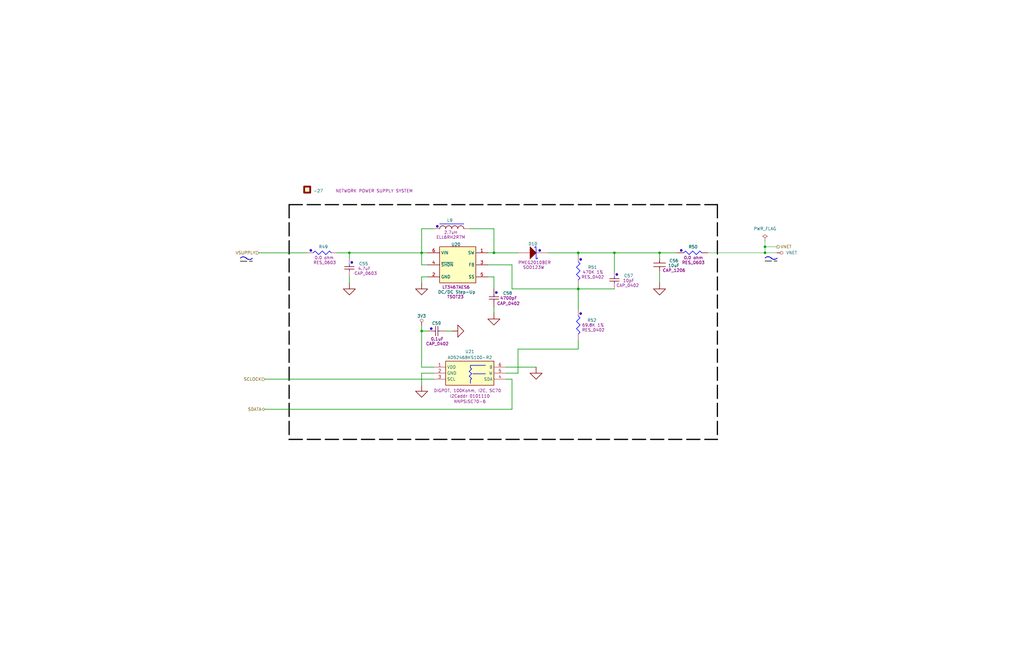
<source format=kicad_sch>
(kicad_sch (version 20231120) (generator "eeschema") (generator_version "8.0")
  (paper "B")
  (title_block (rev "-"))
  (lib_symbols
    (symbol "NNPS Symbols:AD5246BKS100-R2"
      (symbol "AD5246BKS100-R2_1_0"
        (polyline (pts (xy 9.906 -6.35) (xy 10.922 -7.366)) (stroke (width 0.254) (color 0 0 255 1)))
        (polyline (pts (xy 9.906 -6.35) (xy 10.922 -5.334)) (stroke (width 0.254) (color 0 0 255 1)))
        (polyline (pts (xy 9.906 -4.318) (xy 10.922 -5.334)) (stroke (width 0.254) (color 0 0 255 1)))
        (polyline (pts (xy 9.906 -4.318) (xy 10.922 -3.302)) (stroke (width 0.254) (color 0 0 255 1)))
        (polyline (pts (xy 10.414 -7.874) (xy 10.414 -9.398)) (stroke (width 0.254) (color 0 0 255 1)))
        (polyline (pts (xy 10.414 -7.874) (xy 10.922 -7.366)) (stroke (width 0.254) (color 0 0 255 1)))
        (polyline (pts (xy 10.414 -2.794) (xy 10.414 -1.778)) (stroke (width 0.254) (color 0 0 255 1)))
        (polyline (pts (xy 10.414 -2.794) (xy 10.922 -3.302)) (stroke (width 0.254) (color 0 0 255 1)))
        (polyline (pts (xy 10.414 -1.778) (xy 16.764 -1.778)) (stroke (width 0.254) (color 0 0 255 1)))
        (polyline (pts (xy 16.764 -5.334) (xy 11.43 -5.334)) (stroke (width 0.254) (color 0 0 255 1)))
        (rectangle (start 0 0) (end 20.32 -10.16) (stroke (width 0.254)) (fill (type background)))
        (pin passive line (at -5.08 -2.54 0) (length 5.08) (name "VDD") (number "1"))
        (pin passive line (at -5.08 -5.08 0) (length 5.08) (name "GND") (number "2"))
        (pin passive line (at -5.08 -7.62 0) (length 5.08) (name "SCL") (number "3"))
        (pin passive line (at 25.4 -7.62 180) (length 5.08) (name "SDA") (number "4"))
        (pin passive line (at 25.4 -5.08 180) (length 5.08) (name "W") (number "5"))
        (pin passive line (at 25.4 -2.54 180) (length 5.08) (name "B") (number "6"))
      )
    )
    (symbol "NNPS Symbols:GRT31CR61H106KE01L"
      (symbol "GRT31CR61H106KE01L_1_0"
        (polyline (pts (xy 0 -3.556) (xy 0 -3.81)) (stroke (width 0.254)))
        (polyline (pts (xy 0 -1.778) (xy 0 -1.016)) (stroke (width 0.254)))
        (polyline (pts (xy 2.54 -3.302) (xy -2.54 -3.302)) (stroke (width 0.254)))
        (polyline (pts (xy 2.54 -1.778) (xy -2.54 -1.778)) (stroke (width 0.254)))
        (pin passive line (at 0 0 270) (length 1.778) (name "1") (number "1"))
        (pin passive line (at 0 -5.08 90) (length 1.524) (name "2") (number "2"))
      )
    )
    (symbol "NNPS:3V3" (power)
      (property "Reference" "#PWR" (at 0 0 0))
      (property "Value" "3V3" (at 0 3.81 0))
      (symbol "3V3_0_0"
        (circle (center 0 -1.905) (radius 0.635) (stroke (width 0.127)))
        (polyline (pts (xy 0 0) (xy 0 -1.27)) (stroke (width 0.254)))
        (pin power_in line (at 0 0 0) (length 0) hide (name "3V3") (number ""))
      )
    )
    (symbol "NNPS:GND" (power)
      (property "Reference" "#PWR" (at 0 0 0))
      (property "Value" "GND" (at 0 6.35 0))
      (symbol "GND_0_0"
        (polyline (pts (xy 0 0) (xy 0 -2.54)) (stroke (width 0.254)))
        (polyline (pts (xy -2.54 -2.54) (xy 2.54 -2.54) (xy 0 -5.08) (xy -2.54 -2.54)) (stroke (width 0.254)))
        (pin power_in line (at 0 0 0) (length 0) hide (name "GND") (number ""))
      )
    )
    (symbol "NNPS:PWR_FLAG" (power) (pin_numbers hide) (pin_names (offset 0) hide)
      (property "Value" "PWR_FLAG" (at 0 3.81 0))
      (symbol "PWR_FLAG_0_0"
        (pin power_out line (at 0 0 90) (length 0) (name "pwr") (number "1"))
      )
      (symbol "PWR_FLAG_0_1"
        (polyline (pts (xy 0 0) (xy 0 1.27) (xy -1.016 1.905) (xy 0 2.54) (xy 1.016 1.905) (xy 0 1.27)))
      )
    )
    (symbol "NNPS:n3V3" (power)
      (property "Reference" "#PWR" (at 0 0 0))
      (property "Value" "n3V3" (at 0 3.81 0))
      (symbol "n3V3_0_0"
        (circle (center 0 -1.905) (radius 0.635) (stroke (width 0.127)))
        (polyline (pts (xy 0 0) (xy 0 -1.27)) (stroke (width 0.254)))
        (pin power_in line (at 0 0 0) (length 0) hide (name "n3V3") (number ""))
      )
    )
    (symbol "NNPS:root_0_BOM_S1"
      (symbol "root_0_BOM_S1_1_0"
        (rectangle (start 2.54 0) (end 0 -2.54) (stroke (width 0.762)) (fill (type background)))
      )
    )
    (symbol "NNPS:root_0_ELL6RH2R7M"
      (symbol "root_0_ELL6RH2R7M_1_0"
        (polyline (pts (xy 2.54 2.032) (xy 12.7 2.032)) (stroke (width 0.254) (color 0 0 255 1)))
        (circle (center 1.524 1.016) (radius 0.508) (stroke (width 0.0001)) (fill (type color) (color 0 0 255 1)))
        (arc (start 3.81 1.27) (mid 2.912 0.898) (end 2.54 0) (stroke (width 0.254)))
        (arc (start 5.08 0) (mid 4.708 0.898) (end 3.81 1.27) (stroke (width 0.254)))
        (arc (start 6.35 1.27) (mid 5.452 0.898) (end 5.08 0) (stroke (width 0.254)))
        (arc (start 7.62 0) (mid 7.248 0.898) (end 6.35 1.27) (stroke (width 0.254)))
        (arc (start 8.89 1.27) (mid 7.992 0.898) (end 7.62 0) (stroke (width 0.254)))
        (arc (start 10.16 0) (mid 9.788 0.898) (end 8.89 1.27) (stroke (width 0.254)))
        (arc (start 11.43 1.27) (mid 10.532 0.898) (end 10.16 0) (stroke (width 0.254)))
        (arc (start 12.7 0) (mid 12.328 0.898) (end 11.43 1.27) (stroke (width 0.254)))
        (pin passive line (at 0 0 0) (length 2.54) (name "1") (number "1"))
        (pin passive line (at 15.24 0 180) (length 2.54) (name "2") (number "2"))
      )
    )
    (symbol "NNPS:root_0_GRM155R71C104KA88D"
      (symbol "root_0_GRM155R71C104KA88D_1_0"
        (polyline (pts (xy 2.54 0) (xy 3.302 0)) (stroke (width 0.254) (color 0 0 255 1)))
        (polyline (pts (xy 3.302 -2.032) (xy 3.302 2.032)) (stroke (width 0.254)))
        (polyline (pts (xy 4.318 2.032) (xy 4.318 -2.032)) (stroke (width 0.254)))
        (polyline (pts (xy 5.08 0) (xy 4.318 0)) (stroke (width 0.254) (color 0 0 255 1)))
        (circle (center 1.524 1.016) (radius 0.508) (stroke (width 0.0001)) (fill (type color) (color 0 0 255 1)))
        (pin passive line (at 0 0 0) (length 2.54) (name "1") (number "1"))
        (pin passive line (at 7.62 0 180) (length 2.54) (name "2") (number "2"))
      )
    )
    (symbol "NNPS:root_0_LT3467AES6"
      (symbol "root_0_LT3467AES6_1_0"
        (rectangle (start 15.24 0) (end 0 -15.24) (stroke (width 0.254)) (fill (type background)))
        (pin passive line (at 20.32 -2.54 180) (length 5.08) (name "SW") (number "1"))
        (pin passive line (at -5.08 -12.7 0) (length 5.08) (name "GND") (number "2"))
        (pin passive line (at 20.32 -7.62 180) (length 5.08) (name "FB") (number "3"))
        (pin passive line (at -5.08 -7.62 0) (length 5.08) (name "~{SHDN}") (number "4"))
        (pin passive line (at 20.32 -12.7 180) (length 5.08) (name "SS") (number "5"))
        (pin passive line (at -5.08 -2.54 0) (length 5.08) (name "VIN") (number "6"))
      )
    )
    (symbol "NNPS:root_0_MCR03ERTJ000"
      (symbol "root_0_MCR03ERTJ000_1_0"
        (polyline (pts (xy 10.16 0) (xy 9.398 0.762) (xy 7.874 -0.762) (xy 6.35 0.762) (xy 4.826 -0.762) (xy 3.302 0.762) (xy 2.54 0)) (stroke (width 0.254) (color 0 0 255 1)))
        (circle (center 1.524 1.016) (radius 0.508) (stroke (width 0.0001)) (fill (type color) (color 0 0 255 1)))
        (pin passive line (at 0 0 0) (length 2.54) (name "1") (number "1"))
        (pin passive line (at 12.7 0 180) (length 2.54) (name "2") (number "2"))
      )
    )
    (symbol "NNPS:root_0_PMEG2010BER"
      (symbol "root_0_PMEG2010BER_1_0"
        (polyline (pts (xy 0 -5.08) (xy 2.54 -2.54) (xy 0 0) (xy 0 -5.08)) (stroke (width 0.254)) (fill (type outline)))
        (polyline (pts (xy 3.048 -4.572) (xy 3.048 -5.08) (xy 2.54 -5.08) (xy 2.54 0) (xy 2.032 0) (xy 2.032 -0.508)) (stroke (width 0.254) (color 0 0 255 1)))
        (circle (center 4.064 -1.524) (radius 0.508) (stroke (width 0.0001)) (fill (type color) (color 0 0 255 1)))
        (pin passive line (at 7.62 -2.54 180) (length 5.08) (name "C") (number "1"))
        (pin passive line (at -5.08 -2.54 0) (length 5.08) (name "A") (number "2"))
      )
    )
    (symbol "NNPS:root_3_C0402C472K5RACTU"
      (symbol "root_3_C0402C472K5RACTU_1_0"
        (polyline (pts (xy -2.032 -3.302) (xy 2.032 -3.302)) (stroke (width 0.254)))
        (polyline (pts (xy 0 -5.08) (xy 0 -4.318)) (stroke (width 0.254) (color 0 0 255 1)))
        (polyline (pts (xy 0 -2.54) (xy 0 -3.302)) (stroke (width 0.254) (color 0 0 255 1)))
        (polyline (pts (xy 2.032 -4.318) (xy -2.032 -4.318)) (stroke (width 0.254)))
        (circle (center 1.016 -1.524) (radius 0.508) (stroke (width 0.0001)) (fill (type color) (color 0 0 255 1)))
        (pin passive line (at 0 0 270) (length 2.54) (name "1") (number "1"))
        (pin passive line (at 0 -7.62 90) (length 2.54) (name "2") (number "2"))
      )
    )
    (symbol "NNPS:root_3_CRCW0402374KFKED"
      (symbol "root_3_CRCW0402374KFKED_1_0"
        (polyline (pts (xy 0 -10.16) (xy 0.762 -9.398) (xy -0.762 -7.874) (xy 0.762 -6.35) (xy -0.762 -4.826) (xy 0.762 -3.302) (xy 0 -2.54)) (stroke (width 0.254) (color 0 0 255 1)))
        (circle (center 1.016 -1.524) (radius 0.508) (stroke (width 0.0001)) (fill (type color) (color 0 0 255 1)))
        (pin passive line (at 0 0 270) (length 2.54) (name "1") (number "1"))
        (pin passive line (at 0 -12.7 90) (length 2.54) (name "2") (number "2"))
      )
    )
    (symbol "NNPS:root_3_CRCW040243K2FKED"
      (symbol "root_3_CRCW040243K2FKED_1_0"
        (polyline (pts (xy 0 -10.16) (xy 0.762 -9.398) (xy -0.762 -7.874) (xy 0.762 -6.35) (xy -0.762 -4.826) (xy 0.762 -3.302) (xy 0 -2.54)) (stroke (width 0.254) (color 0 0 255 1)))
        (circle (center 1.016 -1.524) (radius 0.508) (stroke (width 0.0001)) (fill (type color) (color 0 0 255 1)))
        (pin passive line (at 0 0 270) (length 2.54) (name "1") (number "1"))
        (pin passive line (at 0 -12.7 90) (length 2.54) (name "2") (number "2"))
      )
    )
    (symbol "NNPS:root_3_GRM1555C1H100JZ01"
      (symbol "root_3_GRM1555C1H100JZ01_1_0"
        (polyline (pts (xy -2.032 -3.302) (xy 2.032 -3.302)) (stroke (width 0.254)))
        (polyline (pts (xy 0 -5.08) (xy 0 -4.318)) (stroke (width 0.254) (color 0 0 255 1)))
        (polyline (pts (xy 0 -2.54) (xy 0 -3.302)) (stroke (width 0.254) (color 0 0 255 1)))
        (polyline (pts (xy 2.032 -4.318) (xy -2.032 -4.318)) (stroke (width 0.254)))
        (circle (center 1.016 -1.524) (radius 0.508) (stroke (width 0.0001)) (fill (type color) (color 0 0 255 1)))
        (pin passive line (at 0 0 270) (length 2.54) (name "1") (number "1"))
        (pin passive line (at 0 -7.62 90) (length 2.54) (name "2") (number "2"))
      )
    )
    (symbol "NNPS:root_3_LMK107BJ475KA-T"
      (symbol "root_3_LMK107BJ475KA-T_1_0"
        (polyline (pts (xy -2.032 -3.302) (xy 2.032 -3.302)) (stroke (width 0.254)))
        (polyline (pts (xy 0 -5.08) (xy 0 -4.318)) (stroke (width 0.254) (color 0 0 255 1)))
        (polyline (pts (xy 0 -2.54) (xy 0 -3.302)) (stroke (width 0.254) (color 0 0 255 1)))
        (polyline (pts (xy 2.032 -4.318) (xy -2.032 -4.318)) (stroke (width 0.254)))
        (circle (center 1.016 -1.524) (radius 0.508) (stroke (width 0.0001)) (fill (type color) (color 0 0 255 1)))
        (pin passive line (at 0 0 270) (length 2.54) (name "1") (number "1"))
        (pin passive line (at 0 -7.62 90) (length 2.54) (name "2") (number "2"))
      )
    )
  )
  (junction (at 177.8 139.7))
  (junction (at 322.58 104.14))
  (junction (at 177.8 106.68))
  (junction (at 278.13 106.68))
  (junction (at 243.84 121.92))
  (junction (at 259.08 106.68))
  (junction (at 243.84 106.68))
  (junction (at 147.32 106.68))
  (junction (at 322.58 106.68))
  (junction (at 208.28 106.68))
  (polyline (pts (xy 101.346 108.966) (xy 101.465 108.8543)) (stroke (width 0.254) (type solid)))
  (polyline (pts (xy 102.3893 108.4125) (xy 102.4978 108.4033)) (stroke (width 0.254) (type solid)))
  (polyline (pts (xy 102.052 108.4945) (xy 102.1661 108.4574)) (stroke (width 0.254) (type solid)))
  (wire (pts (xy 208.28 106.68) (xy 205.74 106.68)) (stroke (width 0.254)))
  (polyline (pts (xy 325.2473 108.9636) (xy 325.2847 108.994)) (stroke (width 0.254) (type solid)))
  (polyline (pts (xy 325.3282 109.0276) (xy 325.3774 109.0637)) (stroke (width 0.254) (type solid)))
  (polyline (pts (xy 103.8289 108.914) (xy 103.8535 108.9357)) (stroke (width 0.254) (type solid)))
  (wire (pts (xy 213.36 157.48) (xy 218.44 157.48)) (stroke (width 0.254)))
  (polyline (pts (xy 121.92 185.42) (xy 302.514 185.42)) (stroke (width 0.508) (type dash) (color 0 0 0 1)))
  (wire (pts (xy 177.8 106.68) (xy 177.8 96.52)) (stroke (width 0.254)))
  (polyline (pts (xy 324.1797 108.3577) (xy 324.2743 108.3811)) (stroke (width 0.254) (type solid)))
  (polyline (pts (xy 325.071 108.8067) (xy 325.1021 108.8331)) (stroke (width 0.254) (type solid)))
  (wire (pts (xy 208.28 106.68) (xy 218.44 106.68)) (stroke (width 0.254)))
  (polyline (pts (xy 325.4925 109.1409) (xy 325.5578 109.1806)) (stroke (width 0.254) (type solid)))
  (polyline (pts (xy 327.1087 109.309) (xy 327.2254 109.2498)) (stroke (width 0.254) (type solid)))
  (polyline (pts (xy 325.1267 108.8548) (xy 325.1446 108.8712)) (stroke (width 0.254) (type solid)))
  (wire (pts (xy 215.9 111.76) (xy 215.9 121.92)) (stroke (width 0.254)))
  (wire (pts (xy 243.84 106.68) (xy 259.08 106.68)) (stroke (width 0.254)))
  (wire (pts (xy 111.76 172.72) (xy 215.9 172.72)) (stroke (width 0.254)))
  (polyline (pts (xy 121.92 86.36) (xy 302.514 86.36)) (stroke (width 0.508) (type dash) (color 0 0 0 1)))
  (polyline (pts (xy 103.0011 108.462) (xy 103.0922 108.4898)) (stroke (width 0.254) (type solid)))
  (wire (pts (xy 322.58 104.14) (xy 322.58 106.68)))
  (polyline (pts (xy 102.4978 108.4033) (xy 102.6041 108.402)) (stroke (width 0.254) (type solid)))
  (polyline (pts (xy 105.1678 109.5301) (xy 105.2741 109.5288)) (stroke (width 0.254) (type solid)))
  (polyline (pts (xy 324.7605 108.5897) (xy 324.8258 108.6294)) (stroke (width 0.254) (type solid)))
  (wire (pts (xy 259.08 106.68) (xy 259.08 114.3)) (stroke (width 0.254)))
  (polyline (pts (xy 325.2162 108.9372) (xy 325.2473 108.9636)) (stroke (width 0.254) (type solid)))
  (polyline (pts (xy 323.771 108.3224) (xy 323.8773 108.3211)) (stroke (width 0.254) (type solid)))
  (polyline (pts (xy 327.5801 108.9969) (xy 327.6992 108.8851)) (stroke (width 0.254) (type solid)))
  (polyline (pts (xy 326.2365 109.4308) (xy 326.3374 109.4433)) (stroke (width 0.254) (type solid)))
  (polyline (pts (xy 103.6677 108.7875) (xy 103.7169 108.8236)) (stroke (width 0.254) (type solid)))
  (polyline (pts (xy 323.0929 108.5205) (xy 323.2096 108.4613)) (stroke (width 0.254) (type solid)))
  (wire (pts (xy 182.88 157.48) (xy 177.8 157.48)) (stroke (width 0.254)))
  (wire (pts (xy 147.32 106.68) (xy 142.24 106.68)) (stroke (width 0.254)))
  (polyline (pts (xy 326.7665 109.4209) (xy 326.879 109.3938)) (stroke (width 0.254) (type solid)))
  (polyline (pts (xy 324.3654 108.4089) (xy 324.4528 108.4404)) (stroke (width 0.254) (type solid)))
  (polyline (pts (xy 104.1042 109.1446) (xy 104.1591 109.1827)) (stroke (width 0.254) (type solid)))
  (polyline (pts (xy 325.4323 109.1018) (xy 325.4925 109.1409)) (stroke (width 0.254) (type solid)))
  (polyline (pts (xy 324.8258 108.6294) (xy 324.886 108.6685)) (stroke (width 0.254) (type solid)))
  (polyline (pts (xy 103.8823 108.9624) (xy 103.886 108.966)) (stroke (width 0.254) (type solid)))
  (polyline (pts (xy 323.6625 108.3316) (xy 323.771 108.3224)) (stroke (width 0.254) (type solid)))
  (polyline (pts (xy 324.4528 108.4404) (xy 324.5362 108.4749)) (stroke (width 0.254) (type solid)))
  (polyline (pts (xy 326.1386 109.4126) (xy 326.2365 109.4308)) (stroke (width 0.254) (type solid)))
  (polyline (pts (xy 103.8714 108.9521) (xy 103.8823 108.9624)) (stroke (width 0.254) (type solid)))
  (polyline (pts (xy 325.1628 108.8888) (xy 325.1737 108.8991)) (stroke (width 0.254) (type solid)))
  (polyline (pts (xy 104.7708 109.4701) (xy 104.8654 109.4935)) (stroke (width 0.254) (type solid)))
  (polyline (pts (xy 102.8086 108.4204) (xy 102.9065 108.4386)) (stroke (width 0.254) (type solid)))
  (wire (pts (xy 322.58 104.14) (xy 327.66 104.14)))
  (polyline (pts (xy 105.8355 109.3899) (xy 105.9522 109.3307)) (stroke (width 0.254) (type solid)))
  (polyline (pts (xy 105.6058 109.4747) (xy 105.7199 109.4376)) (stroke (width 0.254) (type solid)))
  (polyline (pts (xy 323.4393 108.3765) (xy 323.5518 108.3494)) (stroke (width 0.254) (type solid)))
  (wire (pts (xy 243.84 120.65) (xy 243.84 121.92)) (stroke (width 0.254)))
  (polyline (pts (xy 324.2743 108.3811) (xy 324.3654 108.4089)) (stroke (width 0.254) (type solid)))
  (polyline (pts (xy 102.1661 108.4574) (xy 102.2786 108.4303)) (stroke (width 0.254) (type solid)))
  (polyline (pts (xy 325.628 109.22) (xy 325.7028 109.2585)) (stroke (width 0.254) (type solid)))
  (polyline (pts (xy 327.2254 109.2498) (xy 327.343 109.1785)) (stroke (width 0.254) (type solid)))
  (polyline (pts (xy 325.9529 109.3614) (xy 326.044 109.3892)) (stroke (width 0.254) (type solid)))
  (polyline (pts (xy 325.8655 109.3299) (xy 325.9529 109.3614)) (stroke (width 0.254) (type solid)))
  (polyline (pts (xy 103.9184 108.9964) (xy 103.943 109.0181)) (stroke (width 0.254) (type solid)))
  (polyline (pts (xy 102.6041 108.402) (xy 102.7077 108.4079)) (stroke (width 0.254) (type solid)))
  (wire (pts (xy 187.96 139.7) (xy 190.5 139.7)) (stroke (width 0.254)))
  (wire (pts (xy 177.8 137.16) (xy 177.8 139.7)) (stroke (width 0.254)))
  (polyline (pts (xy 326.6558 109.4387) (xy 326.7665 109.4209)) (stroke (width 0.254) (type solid)))
  (polyline (pts (xy 326.3374 109.4433) (xy 326.441 109.4492)) (stroke (width 0.254) (type solid)))
  (polyline (pts (xy 103.3423 108.5927) (xy 103.4171 108.6312)) (stroke (width 0.254) (type solid)))
  (wire (pts (xy 278.13 106.68) (xy 278.13 109.22)) (stroke (width 0.254)))
  (wire (pts (xy 243.84 121.92) (xy 243.84 130.81)) (stroke (width 0.254)))
  (polyline (pts (xy 323.5518 108.3494) (xy 323.6625 108.3316)) (stroke (width 0.254) (type solid)))
  (polyline (pts (xy 105.7199 109.4376) (xy 105.8355 109.3899)) (stroke (width 0.254) (type solid)))
  (wire (pts (xy 218.44 147.32) (xy 243.84 147.32)) (stroke (width 0.254)))
  (polyline (pts (xy 104.6797 109.4423) (xy 104.7708 109.4701)) (stroke (width 0.254) (type solid)))
  (wire (pts (xy 208.28 96.52) (xy 208.28 106.68)) (stroke (width 0.254)))
  (polyline (pts (xy 325.3774 109.0637) (xy 325.4323 109.1018)) (stroke (width 0.254) (type solid)))
  (wire (pts (xy 205.74 111.76) (xy 215.9 111.76)) (stroke (width 0.254)))
  (polyline (pts (xy 324.9901 108.7427) (xy 325.0336 108.7763)) (stroke (width 0.254) (type solid)))
  (wire (pts (xy 205.74 116.84) (xy 208.28 116.84)) (stroke (width 0.254)))
  (polyline (pts (xy 102.2786 108.4303) (xy 102.3893 108.4125)) (stroke (width 0.254) (type solid)))
  (polyline (pts (xy 105.4933 109.5018) (xy 105.6058 109.4747)) (stroke (width 0.254) (type solid)))
  (polyline (pts (xy 106.0698 109.2594) (xy 106.1881 109.1753)) (stroke (width 0.254) (type solid)))
  (polyline (pts (xy 121.92 86.36) (xy 121.92 185.42)) (stroke (width 0.508) (type dash) (color 0 0 0 1)))
  (polyline (pts (xy 302.514 86.36) (xy 302.514 185.42)) (stroke (width 0.508) (type dash) (color 0 0 0 1)))
  (wire (pts (xy 278.13 106.68) (xy 285.75 106.68)) (stroke (width 0.254)))
  (polyline (pts (xy 104.5089 109.3763) (xy 104.5923 109.4108)) (stroke (width 0.254) (type solid)))
  (polyline (pts (xy 322.6192 110.1551) (xy 327.6992 110.1551)) (stroke (width 0.254) (type dash) (color 0 0 0 1)))
  (wire (pts (xy 243.84 107.95) (xy 243.84 106.68)) (stroke (width 0.254)))
  (polyline (pts (xy 105.3826 109.5196) (xy 105.4933 109.5018)) (stroke (width 0.254) (type solid)))
  (polyline (pts (xy 103.8535 108.9357) (xy 103.8714 108.9521)) (stroke (width 0.254) (type solid)))
  (polyline (pts (xy 103.943 109.0181) (xy 103.9741 109.0445)) (stroke (width 0.254) (type solid)))
  (polyline (pts (xy 325.1592 108.8851) (xy 325.1628 108.8888)) (stroke (width 0.254) (type solid)))
  (polyline (pts (xy 104.4296 109.3394) (xy 104.5089 109.3763)) (stroke (width 0.254) (type solid)))
  (polyline (pts (xy 101.8197 108.6014) (xy 101.9364 108.5422)) (stroke (width 0.254) (type solid)))
  (wire (pts (xy 177.8 106.68) (xy 147.32 106.68)) (stroke (width 0.254)))
  (polyline (pts (xy 101.465 108.8543) (xy 101.5838 108.7568)) (stroke (width 0.254) (type solid)))
  (wire (pts (xy 259.08 106.68) (xy 278.13 106.68)) (stroke (width 0.254)))
  (wire (pts (xy 322.58 106.68) (xy 327.66 106.68)))
  (polyline (pts (xy 104.0115 109.0749) (xy 104.055 109.1085)) (stroke (width 0.254) (type solid)))
  (polyline (pts (xy 101.346 110.236) (xy 106.426 110.236)) (stroke (width 0.254) (type dash) (color 0 0 0 1)))
  (polyline (pts (xy 103.4171 108.6312) (xy 103.4873 108.6706)) (stroke (width 0.254) (type solid)))
  (wire (pts (xy 111.76 160.02) (xy 182.88 160.02)) (stroke (width 0.254)))
  (polyline (pts (xy 102.9065 108.4386) (xy 103.0011 108.462)) (stroke (width 0.254) (type solid)))
  (polyline (pts (xy 324.6903 108.5503) (xy 324.7605 108.5897)) (stroke (width 0.254) (type solid)))
  (polyline (pts (xy 102.7077 108.4079) (xy 102.8086 108.4204)) (stroke (width 0.254) (type solid)))
  (wire (pts (xy 243.84 121.92) (xy 259.08 121.92)) (stroke (width 0.254)))
  (polyline (pts (xy 325.1737 108.8991) (xy 325.1916 108.9155)) (stroke (width 0.254) (type solid)))
  (polyline (pts (xy 325.5578 109.1806) (xy 325.628 109.22)) (stroke (width 0.254) (type solid)))
  (wire (pts (xy 177.8 139.7) (xy 177.8 154.94)) (stroke (width 0.254)))
  (wire (pts (xy 180.34 111.76) (xy 177.8 111.76)) (stroke (width 0.254)))
  (polyline (pts (xy 104.2846 109.2615) (xy 104.3548 109.3009)) (stroke (width 0.254) (type solid)))
  (polyline (pts (xy 103.9005 108.98) (xy 103.9184 108.9964)) (stroke (width 0.254) (type solid)))
  (polyline (pts (xy 106.3069 109.0778) (xy 106.426 108.966)) (stroke (width 0.254) (type solid)))
  (polyline (pts (xy 323.2096 108.4613) (xy 323.3252 108.4136)) (stroke (width 0.254) (type solid)))
  (wire (pts (xy 177.8 157.48) (xy 177.8 162.56)) (stroke (width 0.254)))
  (polyline (pts (xy 103.5526 108.7103) (xy 103.6128 108.7494)) (stroke (width 0.254) (type solid)))
  (polyline (pts (xy 322.6192 108.8851) (xy 322.7382 108.7734)) (stroke (width 0.254) (type solid)))
  (polyline (pts (xy 105.9522 109.3307) (xy 106.0698 109.2594)) (stroke (width 0.254) (type solid)))
  (polyline (pts (xy 103.8896 108.9697) (xy 103.9005 108.98)) (stroke (width 0.254) (type solid)))
  (wire (pts (xy 177.8 111.76) (xy 177.8 106.68)) (stroke (width 0.254)))
  (wire (pts (xy 231.14 106.68) (xy 243.84 106.68)) (stroke (width 0.254)))
  (wire (pts (xy 177.8 96.52) (xy 182.88 96.52)) (stroke (width 0.254)))
  (polyline (pts (xy 103.9741 109.0445) (xy 104.0115 109.0749)) (stroke (width 0.254) (type solid)))
  (polyline (pts (xy 324.5362 108.4749) (xy 324.6155 108.5118)) (stroke (width 0.254) (type solid)))
  (wire (pts (xy 278.13 119.38) (xy 278.13 114.3)) (stroke (width 0.254)))
  (polyline (pts (xy 323.9809 108.327) (xy 324.0818 108.3395)) (stroke (width 0.254) (type solid)))
  (polyline (pts (xy 323.8773 108.3211) (xy 323.9809 108.327)) (stroke (width 0.254) (type solid)))
  (polyline (pts (xy 105.0642 109.5242) (xy 105.1678 109.5301)) (stroke (width 0.254) (type solid)))
  (polyline (pts (xy 324.886 108.6685) (xy 324.9409 108.7066)) (stroke (width 0.254) (type solid)))
  (wire (pts (xy 298.45 106.68) (xy 322.58 106.68)))
  (polyline (pts (xy 325.2847 108.994) (xy 325.3282 109.0276)) (stroke (width 0.254) (type solid)))
  (polyline (pts (xy 101.5838 108.7568) (xy 101.7021 108.6727)) (stroke (width 0.254) (type solid)))
  (wire (pts (xy 198.12 96.52) (xy 208.28 96.52)) (stroke (width 0.254)))
  (polyline (pts (xy 322.7382 108.7734) (xy 322.857 108.6759)) (stroke (width 0.254) (type solid)))
  (polyline (pts (xy 103.7169 108.8236) (xy 103.7604 108.8572)) (stroke (width 0.254) (type solid)))
  (wire (pts (xy 218.44 147.32) (xy 218.44 157.48)) (stroke (width 0.254)))
  (polyline (pts (xy 101.7021 108.6727) (xy 101.8197 108.6014)) (stroke (width 0.254) (type solid)))
  (polyline (pts (xy 103.0922 108.4898) (xy 103.1796 108.5213)) (stroke (width 0.254) (type solid)))
  (polyline (pts (xy 324.0818 108.3395) (xy 324.1797 108.3577)) (stroke (width 0.254) (type solid)))
  (polyline (pts (xy 325.1916 108.9155) (xy 325.2162 108.9372)) (stroke (width 0.254) (type solid)))
  (polyline (pts (xy 105.2741 109.5288) (xy 105.3826 109.5196)) (stroke (width 0.254) (type solid)))
  (wire (pts (xy 322.58 101.6) (xy 322.58 104.14)))
  (polyline (pts (xy 103.7604 108.8572) (xy 103.7978 108.8876)) (stroke (width 0.254) (type solid)))
  (wire (pts (xy 182.88 154.94) (xy 177.8 154.94)) (stroke (width 0.254)))
  (polyline (pts (xy 325.1021 108.8331) (xy 325.1267 108.8548)) (stroke (width 0.254) (type solid)))
  (polyline (pts (xy 106.1881 109.1753) (xy 106.3069 109.0778)) (stroke (width 0.254) (type solid)))
  (polyline (pts (xy 103.1796 108.5213) (xy 103.263 108.5558)) (stroke (width 0.254) (type solid)))
  (polyline (pts (xy 325.1446 108.8712) (xy 325.1555 108.8815)) (stroke (width 0.254) (type solid)))
  (polyline (pts (xy 104.9633 109.5117) (xy 105.0642 109.5242)) (stroke (width 0.254) (type solid)))
  (polyline (pts (xy 326.441 109.4492) (xy 326.5473 109.4479)) (stroke (width 0.254) (type solid)))
  (wire (pts (xy 177.8 139.7) (xy 180.34 139.7)) (stroke (width 0.254)))
  (polyline (pts (xy 104.1591 109.1827) (xy 104.2193 109.2218)) (stroke (width 0.254) (type solid)))
  (polyline (pts (xy 327.343 109.1785) (xy 327.4613 109.0944)) (stroke (width 0.254) (type solid)))
  (polyline (pts (xy 103.6128 108.7494) (xy 103.6677 108.7875)) (stroke (width 0.254) (type solid)))
  (wire (pts (xy 147.32 119.38) (xy 147.32 116.84)) (stroke (width 0.254)))
  (polyline (pts (xy 103.263 108.5558) (xy 103.3423 108.5927)) (stroke (width 0.254) (type solid)))
  (polyline (pts (xy 104.2193 109.2218) (xy 104.2846 109.2615)) (stroke (width 0.254) (type solid)))
  (polyline (pts (xy 104.3548 109.3009) (xy 104.4296 109.3394)) (stroke (width 0.254) (type solid)))
  (polyline (pts (xy 326.879 109.3938) (xy 326.9931 109.3567)) (stroke (width 0.254) (type solid)))
  (wire (pts (xy 177.8 116.84) (xy 180.34 116.84)) (stroke (width 0.254)))
  (wire (pts (xy 177.8 119.38) (xy 177.8 116.84)) (stroke (width 0.254)))
  (polyline (pts (xy 322.857 108.6759) (xy 322.9753 108.5918)) (stroke (width 0.254) (type solid)))
  (polyline (pts (xy 326.9931 109.3567) (xy 327.1087 109.309)) (stroke (width 0.254) (type solid)))
  (polyline (pts (xy 104.8654 109.4935) (xy 104.9633 109.5117)) (stroke (width 0.254) (type solid)))
  (wire (pts (xy 208.28 116.84) (xy 208.28 121.92)) (stroke (width 0.254)))
  (polyline (pts (xy 101.9364 108.5422) (xy 102.052 108.4945)) (stroke (width 0.254) (type solid)))
  (wire (pts (xy 109.22 106.68) (xy 129.54 106.68)) (stroke (width 0.254)))
  (polyline (pts (xy 325.7028 109.2585) (xy 325.7821 109.2954)) (stroke (width 0.254) (type solid)))
  (wire (pts (xy 215.9 121.92) (xy 243.84 121.92)) (stroke (width 0.254)))
  (polyline (pts (xy 322.9753 108.5918) (xy 323.0929 108.5205)) (stroke (width 0.254) (type solid)))
  (polyline (pts (xy 104.055 109.1085) (xy 104.1042 109.1446)) (stroke (width 0.254) (type solid)))
  (polyline (pts (xy 325.0336 108.7763) (xy 325.071 108.8067)) (stroke (width 0.254) (type solid)))
  (polyline (pts (xy 326.5473 109.4479) (xy 326.6558 109.4387)) (stroke (width 0.254) (type solid)))
  (wire (pts (xy 215.9 160.02) (xy 215.9 172.72)) (stroke (width 0.254)))
  (wire (pts (xy 243.84 147.32) (xy 243.84 143.51)) (stroke (width 0.254)))
  (wire (pts (xy 147.32 109.22) (xy 147.32 106.68)) (stroke (width 0.254)))
  (polyline (pts (xy 325.7821 109.2954) (xy 325.8655 109.3299)) (stroke (width 0.254) (type solid)))
  (polyline (pts (xy 103.886 108.966) (xy 103.8896 108.9697)) (stroke (width 0.254) (type solid)))
  (polyline (pts (xy 104.5923 109.4108) (xy 104.6797 109.4423)) (stroke (width 0.254) (type solid)))
  (polyline (pts (xy 103.7978 108.8876) (xy 103.8289 108.914)) (stroke (width 0.254) (type solid)))
  (polyline (pts (xy 326.044 109.3892) (xy 326.1386 109.4126)) (stroke (width 0.254) (type solid)))
  (polyline (pts (xy 324.9409 108.7066) (xy 324.9901 108.7427)) (stroke (width 0.254) (type solid)))
  (wire (pts (xy 213.36 160.02) (xy 215.9 160.02)) (stroke (width 0.254)))
  (polyline (pts (xy 324.6155 108.5118) (xy 324.6903 108.5503)) (stroke (width 0.254) (type solid)))
  (polyline (pts (xy 327.4613 109.0944) (xy 327.5801 108.9969)) (stroke (width 0.254) (type solid)))
  (wire (pts (xy 213.36 154.94) (xy 226.06 154.94)) (stroke (width 0.254)))
  (wire (pts (xy 208.28 132.08) (xy 208.28 129.54)) (stroke (width 0.254)))
  (polyline (pts (xy 325.1555 108.8815) (xy 325.1592 108.8851)) (stroke (width 0.254) (type solid)))
  (polyline (pts (xy 323.3252 108.4136) (xy 323.4393 108.3765)) (stroke (width 0.254) (type solid)))
  (polyline (pts (xy 103.4873 108.6706) (xy 103.5526 108.7103)) (stroke (width 0.254) (type solid)))
  (wire (pts (xy 180.34 106.68) (xy 177.8 106.68)) (stroke (width 0.254)))
  (hierarchical_label "VSUPPLY" (shape input) (at 109.22 106.68 180))
  (hierarchical_label "VNET" (shape output) (at 327.66 104.14 0))
  (hierarchical_label "SDATA" (shape bidirectional) (at 111.76 172.72 180))
  (hierarchical_label "SCLOCK" (shape input) (at 111.76 160.02 180))
  (symbol (lib_id "NNPS:PWR_FLAG") (at 322.58 101.6 0) (unit 1)
    (property "Reference" "#FLG04" (effects (hide yes)))
    (property "Value" "PWR_FLAG" (at 322.58 96.52 0))
  )
  (symbol (lib_id "NNPS:n3V3") (at 327.66 106.68 90) (unit 1)
    (property "Reference" "#PWR0200" (effects (hide yes)))
    (property "Value" "VNET" (at 331.47 106.68 90) (effects (justify right)))
  )
  (symbol (lib_id "NNPS:GND") (at 190.5 139.7 90) (unit 1)
    (property "Reference" "#PWR?" (effects (hide yes)))
    (property "Value" "GND" (effects (hide yes)))
  )
  (symbol (lib_id "NNPS:root_3_CRCW040243K2FKED") (at 243.84 130.81 0) (unit 1)
    (property "Reference" "R52" (at 247.65 135.89 0) (effects (justify left bottom)))
    (property "Value" "R_69k8_0402" (effects (hide yes)))
    (property "Footprint" "NNPS:RES_0402" (effects (hide yes)))
    (property "MFR" "Vishay" (effects (hide yes)))
    (property "PACKAGEDESCRIPTION" "RES_0402" (at 245.364 139.954 0) (effects (justify left bottom)))
    (property "SUPPLIER 1" "Digi-Key" (effects (hide yes)))
    (property "SUPPLIER PART NUMBER 1" "541-CRCW040269K8FKTDCT-ND" (effects (hide yes)))
    (property "MPN" "CRCW040269K8FKTD" (effects (hide yes)))
    (property "ALTIUM_VALUE" "69.8K 1%" (at 245.364 137.922 0) (effects (justify left bottom)))
  )
  (symbol (lib_id "NNPS:GND") (at 208.28 132.08 0) (unit 1)
    (property "Reference" "#PWR?" (effects (hide yes)))
    (property "Value" "GND" (effects (hide yes)))
  )
  (symbol (lib_id "NNPS:3V3") (at 177.8 137.16 180) (unit 1)
    (property "Reference" "#PWR?" (effects (hide yes)))
    (property "Value" "3V3" (at 177.8 133.35 0))
  )
  (symbol (lib_id "NNPS:root_3_LMK107BJ475KA-T") (at 147.32 109.22 0) (unit 1)
    (property "Reference" "C55" (at 151.384 112.014 0) (effects (justify left bottom)))
    (property "Value" "C_4u7_X5R_10_0603_10%" (effects (hide yes)))
    (property "Footprint" "NNPS:CAP_0603" (effects (hide yes)))
    (property "MFR" "Murata Electronics North America" (effects (hide yes)))
    (property "PACKAGEDESCRIPTION" "CAP_0603" (at 149.352 116.078 0) (effects (justify left bottom)))
    (property "SUPPLIER 1" "Digi-Key" (effects (hide yes)))
    (property "SUPPLIER PART NUMBER 1" "490-11988-6-ND" (effects (hide yes)))
    (property "ALTIUM_VALUE" "4.7uF" (at 150.876 114.046 0) (effects (justify left bottom)))
    (property "MPN" "GRM185R61A475KE11D" (effects (hide yes)))
    (property "SBI" "53-0076" (effects (hide yes)))
  )
  (symbol (lib_id "NNPS:GND") (at 177.8 119.38 0) (unit 1)
    (property "Reference" "#PWR?" (effects (hide yes)))
    (property "Value" "GND" (effects (hide yes)))
  )
  (symbol (lib_id "NNPS:GND") (at 147.32 119.38 0) (unit 1)
    (property "Reference" "#PWR?" (effects (hide yes)))
    (property "Value" "GND" (effects (hide yes)))
  )
  (symbol (lib_id "NNPS:root_0_GRM155R71C104KA88D") (at 180.34 139.7 0) (unit 1)
    (property "Reference" "C59" (at 182.118 137.16 0) (effects (justify left bottom)))
    (property "Value" "C_100n_X7R_16_0402_10%" (effects (hide yes)))
    (property "Footprint" "NNPS:CAP_0402" (effects (hide yes)))
    (property "MFR" "Murata" (effects (hide yes)))
    (property "PACKAGEDESCRIPTION" "CAP_0402" (at 179.578 145.796 0) (effects (justify left bottom)))
    (property "SUPPLIER 1" "Digi-Key" (effects (hide yes)))
    (property "SUPPLIER PART NUMBER 1" "490-3261-2-ND" (effects (hide yes)))
    (property "ALTIUM_VALUE" "0.1uF" (at 181.61 143.764 0) (effects (justify left bottom)))
    (property "MPN" "GRM155R71C104KA88D" (effects (hide yes)))
    (property "SBI" "53-0040-1" (effects (hide yes)))
  )
  (symbol (lib_id "NNPS Symbols:GRT31CR61H106KE01L") (at 278.13 109.22 0) (unit 1)
    (property "Reference" "C56" (at 282.194 110.744 0) (effects (justify left bottom)))
    (property "Value" "10uF" (at 281.686 112.776 0) (effects (justify left bottom)))
    (property "Footprint" "NNPS:CAP_1210" (effects (hide yes)))
    (property "LENGTH" "0.126inch" (effects (hide yes)))
    (property "MAX OPERATING TEMPERATURE" "85°C" (effects (hide yes)))
    (property "WIDTH" "0.063inch" (effects (hide yes)))
    (property "RATINGS" "AEC-Q200" (effects (hide yes)))
    (property "VOLTAGE RATING" "50V" (effects (hide yes)))
    (property "DIELECTRIC" "X5R" (effects (hide yes)))
    (property "MIN OPERATING TEMPERATURE" "-55°C" (effects (hide yes)))
    (property "CASE CODE (IMPERIAL)" "1206" (effects (hide yes)))
    (property "CAPACITANCE" "10uF" (effects (hide yes)))
    (property "CASE CODE (METRIC)" "3216" (effects (hide yes)))
    (property "THICKNESS" "0.071inch" (effects (hide yes)))
    (property "TOLERANCE" "10%" (effects (hide yes)))
    (property "MOUNT" "Surface Mount" (effects (hide yes)))
    (property "CASE/PACKAGE" "CAP_1206" (at 279.4 114.808 0) (effects (justify left bottom)))
    (property "PACKAGING" "Cut Tape" (effects (hide yes)))
    (property "VOLTAGE RATING (DC)" "50V" (effects (hide yes)))
    (property "MANUFACTURE 1" "Murata Electronics" (effects (hide yes)))
  )
  (symbol (lib_id "NNPS:GND") (at 226.06 154.94 0) (unit 1)
    (property "Reference" "#PWR?" (effects (hide yes)))
    (property "Value" "GND" (effects (hide yes)))
  )
  (symbol (lib_id "NNPS:root_3_C0402C472K5RACTU") (at 208.28 121.92 0) (unit 1)
    (property "Reference" "C58" (at 212.09 124.46 0) (effects (justify left bottom)))
    (property "Value" "C_4n7_C0G_50_0402_10%" (effects (hide yes)))
    (property "Footprint" "NNPS:CAP_0402" (effects (hide yes)))
    (property "MFR" "Murata Electronics North America" (effects (hide yes)))
    (property "PACKAGEDESCRIPTION" "CAP_0402" (at 209.55 128.778 0) (effects (justify left bottom)))
    (property "SUPPLIER 1" "Digi-Key" (effects (hide yes)))
    (property "SUPPLIER PART NUMBER 1" "490-1308-6-ND" (effects (hide yes)))
    (property "ALTIUM_VALUE" "4700pF" (at 210.82 126.492 0) (effects (justify left bottom)))
    (property "MPN" "GRM155R71H472KA01D" (effects (hide yes)))
    (property "SBI" "53-0072" (effects (hide yes)))
  )
  (symbol (lib_id "NNPS:root_3_CRCW0402374KFKED") (at 243.84 107.95 0) (unit 1)
    (property "Reference" "R51" (at 247.904 113.538 0) (effects (justify left bottom)))
    (property "Value" "R_470K" (effects (hide yes)))
    (property "Footprint" "NNPS:RES_0402" (effects (hide yes)))
    (property "MFR" "Vishay" (effects (hide yes)))
    (property "PACKAGEDESCRIPTION" "RES_0402" (at 245.11 117.602 0) (effects (justify left bottom)))
    (property "SUPPLIER 1" "Digi-Key" (effects (hide yes)))
    (property "SUPPLIER PART NUMBER 1" "541-470KYCT-ND" (effects (hide yes)))
    (property "MPN" "CRCW0402470KFKEDHP" (effects (hide yes)))
    (property "ALTIUM_VALUE" "470K 1%" (at 245.618 115.57 0) (effects (justify left bottom)))
  )
  (symbol (lib_id "NNPS:GND") (at 177.8 162.56 0) (unit 1)
    (property "Reference" "#PWR?" (effects (hide yes)))
    (property "Value" "GND" (effects (hide yes)))
  )
  (symbol (lib_id "NNPS:root_0_PMEG2010BER") (at 223.52 104.14 0) (unit 1)
    (property "Reference" "D10" (at 222.758 103.632 0) (effects (justify left bottom)))
    (property "Value" "D_20_1_SOD123W" (effects (hide yes)))
    (property "Footprint" "NNPS:SOD123" (effects (hide yes)))
    (property "MFR" "NXP" (effects (hide yes)))
    (property "PACKAGEDESCRIPTION" "SOD123W" (at 220.472 113.538 0) (effects (justify left bottom)))
    (property "SUPPLIER 1" "Digi-Key" (effects (hide yes)))
    (property "SUPPLIER PART NUMBER 1" "568-6503-1-ND" (effects (hide yes)))
    (property "ALTIUM_VALUE" "PMEG2010BER" (at 218.44 111.506 0) (effects (justify left bottom)))
    (property "MPN" "PMEG2010BER,115" (effects (hide yes)))
    (property "SBI" "54-112" (effects (hide yes)))
  )
  (symbol (lib_id "NNPS:root_0_MCR03ERTJ000") (at 129.54 106.68 0) (unit 1)
    (property "Reference" "R49" (at 134.366 104.902 0) (effects (justify left bottom)))
    (property "Value" "R_0_0603" (effects (hide yes)))
    (property "Footprint" "NNPS:RES_0603" (effects (hide yes)))
    (property "MFR" "Vishay Dale" (effects (hide yes)))
    (property "PACKAGEDESCRIPTION" "RES_0603" (at 132.08 111.506 0) (effects (justify left bottom)))
    (property "SUPPLIER 1" "Digi-Key" (effects (hide yes)))
    (property "SUPPLIER PART NUMBER 1" "541-1.00KLDKR-ND" (effects (hide yes)))
    (property "ALTIUM_VALUE" "0.0 ohm" (at 132.588 109.474 0) (effects (justify left bottom)))
    (property "MPN" "CRCW06030000Z0EA" (effects (hide yes)))
    (property "SBI" "53-0075" (effects (hide yes)))
  )
  (symbol (lib_id "NNPS:root_0_BOM_S1") (at 128.27 78.74 0) (unit 1) (exclude_from_sim yes) (in_bom no) (on_board no)
    (property "Reference" "-27" (at 132.08 81.28 0) (effects (justify left bottom)))
    (property "Value" "BOM_S1" (effects (hide yes)))
    (property "XDESCRIPTION" "NETWORK POWER SUPPLY SYSTEM" (at 141.478 81.28 0) (effects (justify left bottom)))
  )
  (symbol (lib_id "NNPS:root_3_GRM1555C1H100JZ01") (at 259.08 114.3 0) (unit 1)
    (property "Reference" "C57" (at 263.144 117.094 0) (effects (justify left bottom)))
    (property "Value" "C_10p_C0G_50_0402_5%" (effects (hide yes)))
    (property "Footprint" "NNPS:CAP_0402" (effects (hide yes)))
    (property "MFR" "Murata Electronics North America" (effects (hide yes)))
    (property "PACKAGEDESCRIPTION" "CAP_0402" (at 259.842 121.158 0) (effects (justify left bottom)))
    (property "SUPPLIER 1" "Digi-Key" (effects (hide yes)))
    (property "SUPPLIER PART NUMBER 1" "490-5921-6-ND" (effects (hide yes)))
    (property "ALTIUM_VALUE" "10pF" (at 262.636 119.126 0) (effects (justify left bottom)))
    (property "MPN" "GRM1555C1H100JA01D" (effects (hide yes)))
    (property "SBI" "53-0041-7" (effects (hide yes)))
  )
  (symbol (lib_id "NNPS:root_0_MCR03ERTJ000") (at 285.75 106.68 0) (unit 1)
    (property "Reference" "R50" (at 290.322 104.902 0) (effects (justify left bottom)))
    (property "Value" "R_0_0603" (effects (hide yes)))
    (property "Footprint" "NNPS:RES_0603" (effects (hide yes)))
    (property "MFR" "Vishay Dale" (effects (hide yes)))
    (property "PACKAGEDESCRIPTION" "RES_0603" (at 287.528 111.506 0) (effects (justify left bottom)))
    (property "SUPPLIER 1" "Digi-Key" (effects (hide yes)))
    (property "SUPPLIER PART NUMBER 1" "541-1.00KLDKR-ND" (effects (hide yes)))
    (property "ALTIUM_VALUE" "0.0 ohm" (at 288.29 109.474 0) (effects (justify left bottom)))
    (property "MPN" "CRCW06030000Z0EA" (effects (hide yes)))
    (property "SBI" "53-0075" (effects (hide yes)))
  )
  (symbol (lib_id "NNPS:root_0_LT3467AES6") (at 185.42 104.14 0) (unit 1)
    (property "Reference" "U20" (at 190.246 103.886 0) (effects (justify left bottom)))
    (property "Value" "DC/DC Step-Up" (at 184.658 123.952 0) (effects (justify left bottom)))
    (property "Footprint" "NNPS:SOT23-6" (effects (hide yes)))
    (property "MFR" "Linear Technology" (effects (hide yes)))
    (property "SUPPLIER 1" "Digi-Key" (effects (hide yes)))
    (property "SUPPLIER PART NUMBER 1" "LT3467AES6#TRMPBFDKR-ND" (effects (hide yes)))
    (property "PACKAGEDESCRIPTION" "TSOT23" (at 188.468 125.984 0) (effects (justify left bottom)))
    (property "MPN" "LT3467AES6" (at 186.436 121.92 0) (effects (justify left bottom)))
    (property "SBI" "54-0099" (effects (hide yes)))
    (property "MPN2" "LT3467AES6#TRMPBF" (effects (hide yes)))
  )
  (symbol (lib_id "NNPS:GND") (at 278.13 119.38 0) (unit 1)
    (property "Reference" "#PWR?" (effects (hide yes)))
    (property "Value" "GND" (effects (hide yes)))
  )
  (symbol (lib_id "NNPS:root_0_ELL6RH2R7M") (at 182.88 96.52 0) (unit 1)
    (property "Reference" "L9" (at 188.468 93.726 0) (effects (justify left bottom)))
    (property "Value" "L_2u7_1A8_2626_20%" (effects (hide yes)))
    (property "Footprint" "NNPS:IND-ELL-6RH" (effects (hide yes)))
    (property "MFR" "Panasonic" (effects (hide yes)))
    (property "PACKAGEDESCRIPTION" "Pkg" (effects (hide yes)))
    (property "SUPPLIER 1" "Digi-Key" (effects (hide yes)))
    (property "SUPPLIER PART NUMBER 1" "PCD1339CT-ND" (effects (hide yes)))
    (property "ALTIUM_VALUE" "2.7uH" (at 187.198 98.806 0) (effects (justify left bottom)))
    (property "MPN" "ELL6RH2R7M" (at 183.896 100.838 0) (effects (justify left bottom)))
    (property "SBI" "54-0117" (effects (hide yes)))
  )
  (symbol (lib_id "NNPS Symbols:AD5246BKS100-R2") (at 187.96 152.4 0) (unit 1)
    (property "Reference" "U21" (at 198.12 148.336 0))
    (property "Value" "AD5246BKS100-R2" (at 198.12 150.876 0))
    (property "Footprint" "NNPS:SC70-6" (at 198.12 169.418 0))
    (property "Description" "DIGPOT, 100Kohm, I2C, SC70" (at 197.104 164.846 0))
    (property "Note" "I2Caddr 0101110" (at 198.12 167.132 0))
  )
)
</source>
